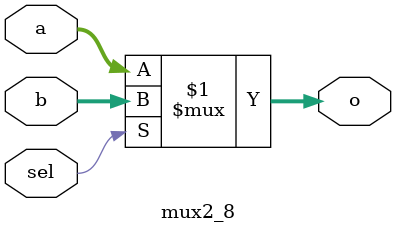
<source format=v>
module mux2_8(sel,a,b,o);

	input wire sel;
	input wire [7:0] a,b;
	output [7:0] o;
	
	assign o = sel ? b : a;
	
endmodule
</source>
